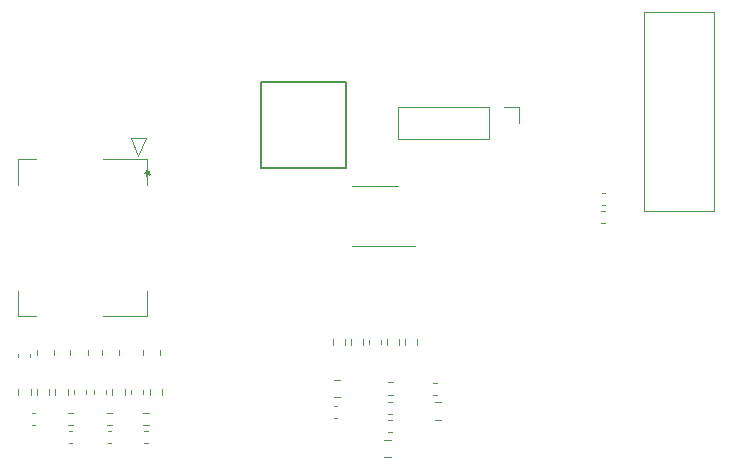
<source format=gto>
G04 #@! TF.GenerationSoftware,KiCad,Pcbnew,(6.0.5)*
G04 #@! TF.CreationDate,2022-08-10T11:04:04+08:00*
G04 #@! TF.ProjectId,SX7H02050048,53583748-3032-4303-9530-3034382e6b69,rev?*
G04 #@! TF.SameCoordinates,PX59a5380PY6d321a0*
G04 #@! TF.FileFunction,Legend,Top*
G04 #@! TF.FilePolarity,Positive*
%FSLAX46Y46*%
G04 Gerber Fmt 4.6, Leading zero omitted, Abs format (unit mm)*
G04 Created by KiCad (PCBNEW (6.0.5)) date 2022-08-10 11:04:04*
%MOMM*%
%LPD*%
G01*
G04 APERTURE LIST*
%ADD10C,0.150000*%
%ADD11C,0.120000*%
G04 APERTURE END LIST*
D10*
X22332000Y46047000D02*
X29571000Y46047000D01*
X29571000Y46047000D02*
X29571000Y38808000D01*
X29571000Y38808000D02*
X22332000Y38808000D01*
X22332000Y38808000D02*
X22332000Y46047000D01*
G04 #@! TO.C,J2*
X12538781Y38376200D02*
X12776877Y38376200D01*
X12681639Y38138105D02*
X12776877Y38376200D01*
X12681639Y38614296D01*
X12967353Y38233343D02*
X12776877Y38376200D01*
X12967353Y38519058D01*
D11*
G04 #@! TO.C,R124*
X4943900Y19610142D02*
X4943900Y20084658D01*
X5988900Y19610142D02*
X5988900Y20084658D01*
G04 #@! TO.C,C121*
X33426580Y16411760D02*
X33145420Y16411760D01*
X33426580Y17431760D02*
X33145420Y17431760D01*
G04 #@! TO.C,C144*
X51189420Y36710000D02*
X51470580Y36710000D01*
X51189420Y35690000D02*
X51470580Y35690000D01*
G04 #@! TO.C,C129*
X7551200Y19987980D02*
X7551200Y19706820D01*
X6531200Y19987980D02*
X6531200Y19706820D01*
G04 #@! TO.C,C118*
X36957420Y20610760D02*
X37238580Y20610760D01*
X36957420Y19590760D02*
X37238580Y19590760D01*
G04 #@! TO.C,U103*
X31984000Y32184000D02*
X35434000Y32184000D01*
X31984000Y37304000D02*
X30034000Y37304000D01*
X31984000Y37304000D02*
X33934000Y37304000D01*
X31984000Y32184000D02*
X30034000Y32184000D01*
G04 #@! TO.C,R132*
X7691533Y23388664D02*
X7691533Y22934536D01*
X6221533Y23388664D02*
X6221533Y22934536D01*
G04 #@! TO.C,R131*
X12334466Y23388664D02*
X12334466Y22934536D01*
X13804466Y23388664D02*
X13804466Y22934536D01*
G04 #@! TO.C,C124*
X12769780Y16508800D02*
X12488620Y16508800D01*
X12769780Y15488800D02*
X12488620Y15488800D01*
G04 #@! TO.C,R127*
X12391942Y17000300D02*
X12866458Y17000300D01*
X12391942Y18045300D02*
X12866458Y18045300D01*
G04 #@! TO.C,C145*
X51460580Y35140000D02*
X51179420Y35140000D01*
X51460580Y34120000D02*
X51179420Y34120000D01*
G04 #@! TO.C,R126*
X9293142Y17000300D02*
X9767658Y17000300D01*
X9293142Y18045300D02*
X9767658Y18045300D01*
G04 #@! TO.C,R110*
X29937500Y24313258D02*
X29937500Y23838742D01*
X30982500Y24313258D02*
X30982500Y23838742D01*
G04 #@! TO.C,J101*
X33946000Y43948000D02*
X33946000Y41288000D01*
X44226000Y43948000D02*
X44226000Y42618000D01*
X41626000Y43948000D02*
X41626000Y41288000D01*
X42896000Y43948000D02*
X44226000Y43948000D01*
X41626000Y43948000D02*
X33946000Y43948000D01*
X41626000Y41288000D02*
X33946000Y41288000D01*
G04 #@! TO.C,C113*
X28541420Y17597000D02*
X28822580Y17597000D01*
X28541420Y18617000D02*
X28822580Y18617000D01*
G04 #@! TO.C,C119*
X33327252Y15794000D02*
X32804748Y15794000D01*
X33327252Y14324000D02*
X32804748Y14324000D01*
G04 #@! TO.C,C128*
X12377200Y19987980D02*
X12377200Y19706820D01*
X11357200Y19987980D02*
X11357200Y19706820D01*
G04 #@! TO.C,R119*
X28413500Y24313258D02*
X28413500Y23838742D01*
X29458500Y24313258D02*
X29458500Y23838742D01*
G04 #@! TO.C,C127*
X8207600Y19987980D02*
X8207600Y19706820D01*
X9227600Y19987980D02*
X9227600Y19706820D01*
G04 #@! TO.C,C122*
X32494000Y24216580D02*
X32494000Y23935420D01*
X31474000Y24216580D02*
X31474000Y23935420D01*
G04 #@! TO.C,J1*
X60750000Y52050000D02*
X60750000Y35150000D01*
X54750000Y52050000D02*
X54750000Y35150000D01*
X54750000Y52050000D02*
X60750000Y52050000D01*
X54750000Y35150000D02*
X60750000Y35150000D01*
G04 #@! TO.C,R133*
X4829800Y23388664D02*
X4829800Y22934536D01*
X3359800Y23388664D02*
X3359800Y22934536D01*
G04 #@! TO.C,R116*
X32985500Y23838742D02*
X32985500Y24313258D01*
X34030500Y23838742D02*
X34030500Y24313258D01*
G04 #@! TO.C,C125*
X6087820Y15539600D02*
X6368980Y15539600D01*
X6087820Y16559600D02*
X6368980Y16559600D01*
G04 #@! TO.C,C126*
X2938220Y18032800D02*
X3219380Y18032800D01*
X2938220Y17012800D02*
X3219380Y17012800D01*
G04 #@! TO.C,R122*
X10814900Y19610142D02*
X10814900Y20084658D01*
X9769900Y19610142D02*
X9769900Y20084658D01*
G04 #@! TO.C,C116*
X28547748Y19404000D02*
X29070252Y19404000D01*
X28547748Y20874000D02*
X29070252Y20874000D01*
G04 #@! TO.C,L103*
X33557258Y19616500D02*
X33082742Y19616500D01*
X33557258Y20661500D02*
X33082742Y20661500D01*
G04 #@! TO.C,J2*
X12669400Y37367740D02*
X12669400Y39547687D01*
X1819402Y26247713D02*
X3299346Y26247713D01*
X11309400Y41325687D02*
X12579400Y41325687D01*
X1819402Y28427660D02*
X1819402Y26247713D01*
X3299346Y39547687D02*
X1819402Y39547687D01*
X12669400Y39547687D02*
X8989426Y39547687D01*
X12669400Y26247713D02*
X12669400Y28427660D01*
X11944400Y39801687D02*
X11309400Y41325687D01*
X12579400Y41325687D02*
X11944400Y39801687D01*
X1819402Y39547687D02*
X1819402Y37367740D01*
X8989426Y26247713D02*
X12669400Y26247713D01*
G04 #@! TO.C,C130*
X2826800Y22767020D02*
X2826800Y23048180D01*
X1806800Y22767020D02*
X1806800Y23048180D01*
G04 #@! TO.C,R130*
X8897000Y23388664D02*
X8897000Y22934536D01*
X10367000Y23388664D02*
X10367000Y22934536D01*
G04 #@! TO.C,C117*
X37056748Y18969000D02*
X37579252Y18969000D01*
X37056748Y17499000D02*
X37579252Y17499000D01*
G04 #@! TO.C,R125*
X1794300Y19610142D02*
X1794300Y20084658D01*
X2839300Y19610142D02*
X2839300Y20084658D01*
G04 #@! TO.C,R128*
X6465658Y17051100D02*
X5991142Y17051100D01*
X6465658Y18096100D02*
X5991142Y18096100D01*
G04 #@! TO.C,R109*
X35554500Y23838742D02*
X35554500Y24313258D01*
X34509500Y23838742D02*
X34509500Y24313258D01*
G04 #@! TO.C,R129*
X4414100Y19610142D02*
X4414100Y20084658D01*
X3369100Y19610142D02*
X3369100Y20084658D01*
G04 #@! TO.C,C123*
X9670980Y16508800D02*
X9389820Y16508800D01*
X9670980Y15488800D02*
X9389820Y15488800D01*
G04 #@! TO.C,R123*
X12919500Y19610142D02*
X12919500Y20084658D01*
X13964500Y19610142D02*
X13964500Y20084658D01*
G04 #@! TO.C,C120*
X33426580Y17978000D02*
X33145420Y17978000D01*
X33426580Y18998000D02*
X33145420Y18998000D01*
G04 #@! TD*
M02*

</source>
